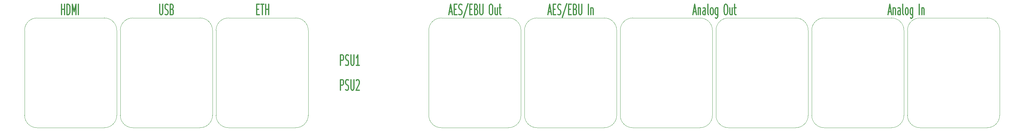
<source format=gbr>
%TF.GenerationSoftware,KiCad,Pcbnew,8.0.6*%
%TF.CreationDate,2024-12-11T20:08:10+01:00*%
%TF.ProjectId,zimagram-digiblade,7a696d61-6772-4616-9d2d-64696769626c,rev?*%
%TF.SameCoordinates,Original*%
%TF.FileFunction,Legend,Top*%
%TF.FilePolarity,Positive*%
%FSLAX46Y46*%
G04 Gerber Fmt 4.6, Leading zero omitted, Abs format (unit mm)*
G04 Created by KiCad (PCBNEW 8.0.6) date 2024-12-11 20:08:10*
%MOMM*%
%LPD*%
G01*
G04 APERTURE LIST*
%ADD10C,0.100000*%
%ADD11C,0.375000*%
G04 APERTURE END LIST*
D10*
X241000000Y-196000000D02*
G75*
G02*
X237500000Y-199500000I-3500000J0D01*
G01*
X268000000Y-172000000D02*
X268000000Y-196000000D01*
X382000000Y-172000000D02*
X382000000Y-196000000D01*
X218500000Y-199500000D02*
G75*
G02*
X215000000Y-196000000I0J3500000D01*
G01*
X464000000Y-172000000D02*
G75*
G02*
X467500000Y-168500000I3500000J0D01*
G01*
X467500000Y-199500000D02*
G75*
G02*
X464000000Y-196000000I0J3500000D01*
G01*
X272500000Y-199500000D02*
G75*
G02*
X269000000Y-196000000I0J3500000D01*
G01*
X413500000Y-199500000D02*
G75*
G02*
X410000000Y-196000000I0J3500000D01*
G01*
X356000000Y-172000000D02*
G75*
G02*
X359500000Y-168500000I3500000J0D01*
G01*
X242000000Y-172000000D02*
G75*
G02*
X245500000Y-168500000I3500000J0D01*
G01*
X351500000Y-199500000D02*
X332500000Y-199500000D01*
X463000000Y-172000000D02*
X463000000Y-196000000D01*
X356000000Y-172000000D02*
X356000000Y-196000000D01*
X329000000Y-172000000D02*
X329000000Y-196000000D01*
X382000000Y-196000000D02*
G75*
G02*
X378500000Y-199500000I-3500000J0D01*
G01*
X432500000Y-168500000D02*
X413500000Y-168500000D01*
X486500000Y-168500000D02*
X467500000Y-168500000D01*
X295000000Y-172000000D02*
X295000000Y-196000000D01*
X432500000Y-199500000D02*
X413500000Y-199500000D01*
X405500000Y-199500000D02*
X386500000Y-199500000D01*
X383000000Y-172000000D02*
G75*
G02*
X386500000Y-168500000I3500000J0D01*
G01*
X437000000Y-172000000D02*
X437000000Y-196000000D01*
X237500000Y-168500000D02*
X218500000Y-168500000D01*
X459500000Y-168500000D02*
X440500000Y-168500000D01*
X355000000Y-196000000D02*
G75*
G02*
X351500000Y-199500000I-3500000J0D01*
G01*
X378500000Y-168500000D02*
G75*
G02*
X382000000Y-172000000I0J-3500000D01*
G01*
X486500000Y-199500000D02*
X467500000Y-199500000D01*
X490000000Y-196000000D02*
G75*
G02*
X486500000Y-199500000I-3500000J0D01*
G01*
X378500000Y-168500000D02*
X359500000Y-168500000D01*
X245500000Y-199500000D02*
G75*
G02*
X242000000Y-196000000I0J3500000D01*
G01*
X264500000Y-168500000D02*
G75*
G02*
X268000000Y-172000000I0J-3500000D01*
G01*
X215000000Y-172000000D02*
G75*
G02*
X218500000Y-168500000I3500000J0D01*
G01*
X241000000Y-172000000D02*
X241000000Y-196000000D01*
X383000000Y-172000000D02*
X383000000Y-196000000D01*
X464000000Y-172000000D02*
X464000000Y-196000000D01*
X268000000Y-196000000D02*
G75*
G02*
X264500000Y-199500000I-3500000J0D01*
G01*
X291500000Y-168500000D02*
X272500000Y-168500000D01*
X351500000Y-168500000D02*
G75*
G02*
X355000000Y-172000000I0J-3500000D01*
G01*
X295000000Y-196000000D02*
G75*
G02*
X291500000Y-199500000I-3500000J0D01*
G01*
X355000000Y-172000000D02*
X355000000Y-196000000D01*
X329000000Y-172000000D02*
G75*
G02*
X332500000Y-168500000I3500000J0D01*
G01*
X264500000Y-168500000D02*
X245500000Y-168500000D01*
X359500000Y-199500000D02*
G75*
G02*
X356000000Y-196000000I0J3500000D01*
G01*
X486500000Y-168500000D02*
G75*
G02*
X490000000Y-172000000I0J-3500000D01*
G01*
X269000000Y-172000000D02*
X269000000Y-196000000D01*
X386500000Y-199500000D02*
G75*
G02*
X383000000Y-196000000I0J3500000D01*
G01*
X410000000Y-172000000D02*
G75*
G02*
X413500000Y-168500000I3500000J0D01*
G01*
X490000000Y-172000000D02*
X490000000Y-196000000D01*
X459500000Y-199500000D02*
X440500000Y-199500000D01*
X291500000Y-168500000D02*
G75*
G02*
X295000000Y-172000000I0J-3500000D01*
G01*
X264500000Y-199500000D02*
X245500000Y-199500000D01*
X405500000Y-168500000D02*
G75*
G02*
X409000000Y-172000000I0J-3500000D01*
G01*
X409000000Y-172000000D02*
X409000000Y-196000000D01*
X437000000Y-172000000D02*
G75*
G02*
X440500000Y-168500000I3500000J0D01*
G01*
X237500000Y-168500000D02*
G75*
G02*
X241000000Y-172000000I0J-3500000D01*
G01*
X351500000Y-168500000D02*
X332500000Y-168500000D01*
X237500000Y-199500000D02*
X218500000Y-199500000D01*
X269000000Y-172000000D02*
G75*
G02*
X272500000Y-168500000I3500000J0D01*
G01*
X332500000Y-199500000D02*
G75*
G02*
X329000000Y-196000000I0J3500000D01*
G01*
X291500000Y-199500000D02*
X272500000Y-199500000D01*
X410000000Y-172000000D02*
X410000000Y-196000000D01*
X432500000Y-168500000D02*
G75*
G02*
X436000000Y-172000000I0J-3500000D01*
G01*
X242000000Y-172000000D02*
X242000000Y-196000000D01*
X378500000Y-199500000D02*
X359500000Y-199500000D01*
X436000000Y-172000000D02*
X436000000Y-196000000D01*
X405500000Y-168500000D02*
X386500000Y-168500000D01*
X440500000Y-199500000D02*
G75*
G02*
X437000000Y-196000000I0J3500000D01*
G01*
X436000000Y-196000000D02*
G75*
G02*
X432500000Y-199500000I-3500000J0D01*
G01*
X215000000Y-172000000D02*
X215000000Y-196000000D01*
X409000000Y-196000000D02*
G75*
G02*
X405500000Y-199500000I-3500000J0D01*
G01*
X459500000Y-168500000D02*
G75*
G02*
X463000000Y-172000000I0J-3500000D01*
G01*
X463000000Y-196000000D02*
G75*
G02*
X459500000Y-199500000I-3500000J0D01*
G01*
D11*
X458632424Y-166756214D02*
X459346710Y-166756214D01*
X458489567Y-167613357D02*
X458989567Y-164613357D01*
X458989567Y-164613357D02*
X459489567Y-167613357D01*
X459989566Y-165613357D02*
X459989566Y-167613357D01*
X459989566Y-165899071D02*
X460060995Y-165756214D01*
X460060995Y-165756214D02*
X460203852Y-165613357D01*
X460203852Y-165613357D02*
X460418138Y-165613357D01*
X460418138Y-165613357D02*
X460560995Y-165756214D01*
X460560995Y-165756214D02*
X460632424Y-166041928D01*
X460632424Y-166041928D02*
X460632424Y-167613357D01*
X461989567Y-167613357D02*
X461989567Y-166041928D01*
X461989567Y-166041928D02*
X461918138Y-165756214D01*
X461918138Y-165756214D02*
X461775281Y-165613357D01*
X461775281Y-165613357D02*
X461489567Y-165613357D01*
X461489567Y-165613357D02*
X461346709Y-165756214D01*
X461989567Y-167470500D02*
X461846709Y-167613357D01*
X461846709Y-167613357D02*
X461489567Y-167613357D01*
X461489567Y-167613357D02*
X461346709Y-167470500D01*
X461346709Y-167470500D02*
X461275281Y-167184785D01*
X461275281Y-167184785D02*
X461275281Y-166899071D01*
X461275281Y-166899071D02*
X461346709Y-166613357D01*
X461346709Y-166613357D02*
X461489567Y-166470500D01*
X461489567Y-166470500D02*
X461846709Y-166470500D01*
X461846709Y-166470500D02*
X461989567Y-166327642D01*
X462918138Y-167613357D02*
X462775281Y-167470500D01*
X462775281Y-167470500D02*
X462703852Y-167184785D01*
X462703852Y-167184785D02*
X462703852Y-164613357D01*
X463703852Y-167613357D02*
X463560995Y-167470500D01*
X463560995Y-167470500D02*
X463489566Y-167327642D01*
X463489566Y-167327642D02*
X463418138Y-167041928D01*
X463418138Y-167041928D02*
X463418138Y-166184785D01*
X463418138Y-166184785D02*
X463489566Y-165899071D01*
X463489566Y-165899071D02*
X463560995Y-165756214D01*
X463560995Y-165756214D02*
X463703852Y-165613357D01*
X463703852Y-165613357D02*
X463918138Y-165613357D01*
X463918138Y-165613357D02*
X464060995Y-165756214D01*
X464060995Y-165756214D02*
X464132424Y-165899071D01*
X464132424Y-165899071D02*
X464203852Y-166184785D01*
X464203852Y-166184785D02*
X464203852Y-167041928D01*
X464203852Y-167041928D02*
X464132424Y-167327642D01*
X464132424Y-167327642D02*
X464060995Y-167470500D01*
X464060995Y-167470500D02*
X463918138Y-167613357D01*
X463918138Y-167613357D02*
X463703852Y-167613357D01*
X465489567Y-165613357D02*
X465489567Y-168041928D01*
X465489567Y-168041928D02*
X465418138Y-168327642D01*
X465418138Y-168327642D02*
X465346709Y-168470500D01*
X465346709Y-168470500D02*
X465203852Y-168613357D01*
X465203852Y-168613357D02*
X464989567Y-168613357D01*
X464989567Y-168613357D02*
X464846709Y-168470500D01*
X465489567Y-167470500D02*
X465346709Y-167613357D01*
X465346709Y-167613357D02*
X465060995Y-167613357D01*
X465060995Y-167613357D02*
X464918138Y-167470500D01*
X464918138Y-167470500D02*
X464846709Y-167327642D01*
X464846709Y-167327642D02*
X464775281Y-167041928D01*
X464775281Y-167041928D02*
X464775281Y-166184785D01*
X464775281Y-166184785D02*
X464846709Y-165899071D01*
X464846709Y-165899071D02*
X464918138Y-165756214D01*
X464918138Y-165756214D02*
X465060995Y-165613357D01*
X465060995Y-165613357D02*
X465346709Y-165613357D01*
X465346709Y-165613357D02*
X465489567Y-165756214D01*
X467346709Y-167613357D02*
X467346709Y-164613357D01*
X468060995Y-165613357D02*
X468060995Y-167613357D01*
X468060995Y-165899071D02*
X468132424Y-165756214D01*
X468132424Y-165756214D02*
X468275281Y-165613357D01*
X468275281Y-165613357D02*
X468489567Y-165613357D01*
X468489567Y-165613357D02*
X468632424Y-165756214D01*
X468632424Y-165756214D02*
X468703853Y-166041928D01*
X468703853Y-166041928D02*
X468703853Y-167613357D01*
X304103852Y-181913357D02*
X304103852Y-178913357D01*
X304103852Y-178913357D02*
X304675281Y-178913357D01*
X304675281Y-178913357D02*
X304818138Y-179056214D01*
X304818138Y-179056214D02*
X304889567Y-179199071D01*
X304889567Y-179199071D02*
X304960995Y-179484785D01*
X304960995Y-179484785D02*
X304960995Y-179913357D01*
X304960995Y-179913357D02*
X304889567Y-180199071D01*
X304889567Y-180199071D02*
X304818138Y-180341928D01*
X304818138Y-180341928D02*
X304675281Y-180484785D01*
X304675281Y-180484785D02*
X304103852Y-180484785D01*
X305532424Y-181770500D02*
X305746710Y-181913357D01*
X305746710Y-181913357D02*
X306103852Y-181913357D01*
X306103852Y-181913357D02*
X306246710Y-181770500D01*
X306246710Y-181770500D02*
X306318138Y-181627642D01*
X306318138Y-181627642D02*
X306389567Y-181341928D01*
X306389567Y-181341928D02*
X306389567Y-181056214D01*
X306389567Y-181056214D02*
X306318138Y-180770500D01*
X306318138Y-180770500D02*
X306246710Y-180627642D01*
X306246710Y-180627642D02*
X306103852Y-180484785D01*
X306103852Y-180484785D02*
X305818138Y-180341928D01*
X305818138Y-180341928D02*
X305675281Y-180199071D01*
X305675281Y-180199071D02*
X305603852Y-180056214D01*
X305603852Y-180056214D02*
X305532424Y-179770500D01*
X305532424Y-179770500D02*
X305532424Y-179484785D01*
X305532424Y-179484785D02*
X305603852Y-179199071D01*
X305603852Y-179199071D02*
X305675281Y-179056214D01*
X305675281Y-179056214D02*
X305818138Y-178913357D01*
X305818138Y-178913357D02*
X306175281Y-178913357D01*
X306175281Y-178913357D02*
X306389567Y-179056214D01*
X307032423Y-178913357D02*
X307032423Y-181341928D01*
X307032423Y-181341928D02*
X307103852Y-181627642D01*
X307103852Y-181627642D02*
X307175281Y-181770500D01*
X307175281Y-181770500D02*
X307318138Y-181913357D01*
X307318138Y-181913357D02*
X307603852Y-181913357D01*
X307603852Y-181913357D02*
X307746709Y-181770500D01*
X307746709Y-181770500D02*
X307818138Y-181627642D01*
X307818138Y-181627642D02*
X307889566Y-181341928D01*
X307889566Y-181341928D02*
X307889566Y-178913357D01*
X309389567Y-181913357D02*
X308532424Y-181913357D01*
X308960995Y-181913357D02*
X308960995Y-178913357D01*
X308960995Y-178913357D02*
X308818138Y-179341928D01*
X308818138Y-179341928D02*
X308675281Y-179627642D01*
X308675281Y-179627642D02*
X308532424Y-179770500D01*
X304103852Y-188913357D02*
X304103852Y-185913357D01*
X304103852Y-185913357D02*
X304675281Y-185913357D01*
X304675281Y-185913357D02*
X304818138Y-186056214D01*
X304818138Y-186056214D02*
X304889567Y-186199071D01*
X304889567Y-186199071D02*
X304960995Y-186484785D01*
X304960995Y-186484785D02*
X304960995Y-186913357D01*
X304960995Y-186913357D02*
X304889567Y-187199071D01*
X304889567Y-187199071D02*
X304818138Y-187341928D01*
X304818138Y-187341928D02*
X304675281Y-187484785D01*
X304675281Y-187484785D02*
X304103852Y-187484785D01*
X305532424Y-188770500D02*
X305746710Y-188913357D01*
X305746710Y-188913357D02*
X306103852Y-188913357D01*
X306103852Y-188913357D02*
X306246710Y-188770500D01*
X306246710Y-188770500D02*
X306318138Y-188627642D01*
X306318138Y-188627642D02*
X306389567Y-188341928D01*
X306389567Y-188341928D02*
X306389567Y-188056214D01*
X306389567Y-188056214D02*
X306318138Y-187770500D01*
X306318138Y-187770500D02*
X306246710Y-187627642D01*
X306246710Y-187627642D02*
X306103852Y-187484785D01*
X306103852Y-187484785D02*
X305818138Y-187341928D01*
X305818138Y-187341928D02*
X305675281Y-187199071D01*
X305675281Y-187199071D02*
X305603852Y-187056214D01*
X305603852Y-187056214D02*
X305532424Y-186770500D01*
X305532424Y-186770500D02*
X305532424Y-186484785D01*
X305532424Y-186484785D02*
X305603852Y-186199071D01*
X305603852Y-186199071D02*
X305675281Y-186056214D01*
X305675281Y-186056214D02*
X305818138Y-185913357D01*
X305818138Y-185913357D02*
X306175281Y-185913357D01*
X306175281Y-185913357D02*
X306389567Y-186056214D01*
X307032423Y-185913357D02*
X307032423Y-188341928D01*
X307032423Y-188341928D02*
X307103852Y-188627642D01*
X307103852Y-188627642D02*
X307175281Y-188770500D01*
X307175281Y-188770500D02*
X307318138Y-188913357D01*
X307318138Y-188913357D02*
X307603852Y-188913357D01*
X307603852Y-188913357D02*
X307746709Y-188770500D01*
X307746709Y-188770500D02*
X307818138Y-188627642D01*
X307818138Y-188627642D02*
X307889566Y-188341928D01*
X307889566Y-188341928D02*
X307889566Y-185913357D01*
X308532424Y-186199071D02*
X308603852Y-186056214D01*
X308603852Y-186056214D02*
X308746710Y-185913357D01*
X308746710Y-185913357D02*
X309103852Y-185913357D01*
X309103852Y-185913357D02*
X309246710Y-186056214D01*
X309246710Y-186056214D02*
X309318138Y-186199071D01*
X309318138Y-186199071D02*
X309389567Y-186484785D01*
X309389567Y-186484785D02*
X309389567Y-186770500D01*
X309389567Y-186770500D02*
X309318138Y-187199071D01*
X309318138Y-187199071D02*
X308460995Y-188913357D01*
X308460995Y-188913357D02*
X309389567Y-188913357D01*
X280503852Y-166041928D02*
X281003852Y-166041928D01*
X281218138Y-167613357D02*
X280503852Y-167613357D01*
X280503852Y-167613357D02*
X280503852Y-164613357D01*
X280503852Y-164613357D02*
X281218138Y-164613357D01*
X281646710Y-164613357D02*
X282503853Y-164613357D01*
X282075281Y-167613357D02*
X282075281Y-164613357D01*
X283003852Y-167613357D02*
X283003852Y-164613357D01*
X283003852Y-166041928D02*
X283860995Y-166041928D01*
X283860995Y-167613357D02*
X283860995Y-164613357D01*
X253103852Y-164613357D02*
X253103852Y-167041928D01*
X253103852Y-167041928D02*
X253175281Y-167327642D01*
X253175281Y-167327642D02*
X253246710Y-167470500D01*
X253246710Y-167470500D02*
X253389567Y-167613357D01*
X253389567Y-167613357D02*
X253675281Y-167613357D01*
X253675281Y-167613357D02*
X253818138Y-167470500D01*
X253818138Y-167470500D02*
X253889567Y-167327642D01*
X253889567Y-167327642D02*
X253960995Y-167041928D01*
X253960995Y-167041928D02*
X253960995Y-164613357D01*
X254603853Y-167470500D02*
X254818139Y-167613357D01*
X254818139Y-167613357D02*
X255175281Y-167613357D01*
X255175281Y-167613357D02*
X255318139Y-167470500D01*
X255318139Y-167470500D02*
X255389567Y-167327642D01*
X255389567Y-167327642D02*
X255460996Y-167041928D01*
X255460996Y-167041928D02*
X255460996Y-166756214D01*
X255460996Y-166756214D02*
X255389567Y-166470500D01*
X255389567Y-166470500D02*
X255318139Y-166327642D01*
X255318139Y-166327642D02*
X255175281Y-166184785D01*
X255175281Y-166184785D02*
X254889567Y-166041928D01*
X254889567Y-166041928D02*
X254746710Y-165899071D01*
X254746710Y-165899071D02*
X254675281Y-165756214D01*
X254675281Y-165756214D02*
X254603853Y-165470500D01*
X254603853Y-165470500D02*
X254603853Y-165184785D01*
X254603853Y-165184785D02*
X254675281Y-164899071D01*
X254675281Y-164899071D02*
X254746710Y-164756214D01*
X254746710Y-164756214D02*
X254889567Y-164613357D01*
X254889567Y-164613357D02*
X255246710Y-164613357D01*
X255246710Y-164613357D02*
X255460996Y-164756214D01*
X256603852Y-166041928D02*
X256818138Y-166184785D01*
X256818138Y-166184785D02*
X256889567Y-166327642D01*
X256889567Y-166327642D02*
X256960995Y-166613357D01*
X256960995Y-166613357D02*
X256960995Y-167041928D01*
X256960995Y-167041928D02*
X256889567Y-167327642D01*
X256889567Y-167327642D02*
X256818138Y-167470500D01*
X256818138Y-167470500D02*
X256675281Y-167613357D01*
X256675281Y-167613357D02*
X256103852Y-167613357D01*
X256103852Y-167613357D02*
X256103852Y-164613357D01*
X256103852Y-164613357D02*
X256603852Y-164613357D01*
X256603852Y-164613357D02*
X256746710Y-164756214D01*
X256746710Y-164756214D02*
X256818138Y-164899071D01*
X256818138Y-164899071D02*
X256889567Y-165184785D01*
X256889567Y-165184785D02*
X256889567Y-165470500D01*
X256889567Y-165470500D02*
X256818138Y-165756214D01*
X256818138Y-165756214D02*
X256746710Y-165899071D01*
X256746710Y-165899071D02*
X256603852Y-166041928D01*
X256603852Y-166041928D02*
X256103852Y-166041928D01*
X225403852Y-167613357D02*
X225403852Y-164613357D01*
X225403852Y-166041928D02*
X226260995Y-166041928D01*
X226260995Y-167613357D02*
X226260995Y-164613357D01*
X226975281Y-167613357D02*
X226975281Y-164613357D01*
X226975281Y-164613357D02*
X227332424Y-164613357D01*
X227332424Y-164613357D02*
X227546710Y-164756214D01*
X227546710Y-164756214D02*
X227689567Y-165041928D01*
X227689567Y-165041928D02*
X227760996Y-165327642D01*
X227760996Y-165327642D02*
X227832424Y-165899071D01*
X227832424Y-165899071D02*
X227832424Y-166327642D01*
X227832424Y-166327642D02*
X227760996Y-166899071D01*
X227760996Y-166899071D02*
X227689567Y-167184785D01*
X227689567Y-167184785D02*
X227546710Y-167470500D01*
X227546710Y-167470500D02*
X227332424Y-167613357D01*
X227332424Y-167613357D02*
X226975281Y-167613357D01*
X228475281Y-167613357D02*
X228475281Y-164613357D01*
X228475281Y-164613357D02*
X228975281Y-166756214D01*
X228975281Y-166756214D02*
X229475281Y-164613357D01*
X229475281Y-164613357D02*
X229475281Y-167613357D01*
X230189567Y-167613357D02*
X230189567Y-164613357D01*
X403632424Y-166756214D02*
X404346710Y-166756214D01*
X403489567Y-167613357D02*
X403989567Y-164613357D01*
X403989567Y-164613357D02*
X404489567Y-167613357D01*
X404989566Y-165613357D02*
X404989566Y-167613357D01*
X404989566Y-165899071D02*
X405060995Y-165756214D01*
X405060995Y-165756214D02*
X405203852Y-165613357D01*
X405203852Y-165613357D02*
X405418138Y-165613357D01*
X405418138Y-165613357D02*
X405560995Y-165756214D01*
X405560995Y-165756214D02*
X405632424Y-166041928D01*
X405632424Y-166041928D02*
X405632424Y-167613357D01*
X406989567Y-167613357D02*
X406989567Y-166041928D01*
X406989567Y-166041928D02*
X406918138Y-165756214D01*
X406918138Y-165756214D02*
X406775281Y-165613357D01*
X406775281Y-165613357D02*
X406489567Y-165613357D01*
X406489567Y-165613357D02*
X406346709Y-165756214D01*
X406989567Y-167470500D02*
X406846709Y-167613357D01*
X406846709Y-167613357D02*
X406489567Y-167613357D01*
X406489567Y-167613357D02*
X406346709Y-167470500D01*
X406346709Y-167470500D02*
X406275281Y-167184785D01*
X406275281Y-167184785D02*
X406275281Y-166899071D01*
X406275281Y-166899071D02*
X406346709Y-166613357D01*
X406346709Y-166613357D02*
X406489567Y-166470500D01*
X406489567Y-166470500D02*
X406846709Y-166470500D01*
X406846709Y-166470500D02*
X406989567Y-166327642D01*
X407918138Y-167613357D02*
X407775281Y-167470500D01*
X407775281Y-167470500D02*
X407703852Y-167184785D01*
X407703852Y-167184785D02*
X407703852Y-164613357D01*
X408703852Y-167613357D02*
X408560995Y-167470500D01*
X408560995Y-167470500D02*
X408489566Y-167327642D01*
X408489566Y-167327642D02*
X408418138Y-167041928D01*
X408418138Y-167041928D02*
X408418138Y-166184785D01*
X408418138Y-166184785D02*
X408489566Y-165899071D01*
X408489566Y-165899071D02*
X408560995Y-165756214D01*
X408560995Y-165756214D02*
X408703852Y-165613357D01*
X408703852Y-165613357D02*
X408918138Y-165613357D01*
X408918138Y-165613357D02*
X409060995Y-165756214D01*
X409060995Y-165756214D02*
X409132424Y-165899071D01*
X409132424Y-165899071D02*
X409203852Y-166184785D01*
X409203852Y-166184785D02*
X409203852Y-167041928D01*
X409203852Y-167041928D02*
X409132424Y-167327642D01*
X409132424Y-167327642D02*
X409060995Y-167470500D01*
X409060995Y-167470500D02*
X408918138Y-167613357D01*
X408918138Y-167613357D02*
X408703852Y-167613357D01*
X410489567Y-165613357D02*
X410489567Y-168041928D01*
X410489567Y-168041928D02*
X410418138Y-168327642D01*
X410418138Y-168327642D02*
X410346709Y-168470500D01*
X410346709Y-168470500D02*
X410203852Y-168613357D01*
X410203852Y-168613357D02*
X409989567Y-168613357D01*
X409989567Y-168613357D02*
X409846709Y-168470500D01*
X410489567Y-167470500D02*
X410346709Y-167613357D01*
X410346709Y-167613357D02*
X410060995Y-167613357D01*
X410060995Y-167613357D02*
X409918138Y-167470500D01*
X409918138Y-167470500D02*
X409846709Y-167327642D01*
X409846709Y-167327642D02*
X409775281Y-167041928D01*
X409775281Y-167041928D02*
X409775281Y-166184785D01*
X409775281Y-166184785D02*
X409846709Y-165899071D01*
X409846709Y-165899071D02*
X409918138Y-165756214D01*
X409918138Y-165756214D02*
X410060995Y-165613357D01*
X410060995Y-165613357D02*
X410346709Y-165613357D01*
X410346709Y-165613357D02*
X410489567Y-165756214D01*
X412632424Y-164613357D02*
X412918138Y-164613357D01*
X412918138Y-164613357D02*
X413060995Y-164756214D01*
X413060995Y-164756214D02*
X413203852Y-165041928D01*
X413203852Y-165041928D02*
X413275281Y-165613357D01*
X413275281Y-165613357D02*
X413275281Y-166613357D01*
X413275281Y-166613357D02*
X413203852Y-167184785D01*
X413203852Y-167184785D02*
X413060995Y-167470500D01*
X413060995Y-167470500D02*
X412918138Y-167613357D01*
X412918138Y-167613357D02*
X412632424Y-167613357D01*
X412632424Y-167613357D02*
X412489567Y-167470500D01*
X412489567Y-167470500D02*
X412346709Y-167184785D01*
X412346709Y-167184785D02*
X412275281Y-166613357D01*
X412275281Y-166613357D02*
X412275281Y-165613357D01*
X412275281Y-165613357D02*
X412346709Y-165041928D01*
X412346709Y-165041928D02*
X412489567Y-164756214D01*
X412489567Y-164756214D02*
X412632424Y-164613357D01*
X414560996Y-165613357D02*
X414560996Y-167613357D01*
X413918138Y-165613357D02*
X413918138Y-167184785D01*
X413918138Y-167184785D02*
X413989567Y-167470500D01*
X413989567Y-167470500D02*
X414132424Y-167613357D01*
X414132424Y-167613357D02*
X414346710Y-167613357D01*
X414346710Y-167613357D02*
X414489567Y-167470500D01*
X414489567Y-167470500D02*
X414560996Y-167327642D01*
X415060996Y-165613357D02*
X415632424Y-165613357D01*
X415275281Y-164613357D02*
X415275281Y-167184785D01*
X415275281Y-167184785D02*
X415346710Y-167470500D01*
X415346710Y-167470500D02*
X415489567Y-167613357D01*
X415489567Y-167613357D02*
X415632424Y-167613357D01*
X362732424Y-166756214D02*
X363446710Y-166756214D01*
X362589567Y-167613357D02*
X363089567Y-164613357D01*
X363089567Y-164613357D02*
X363589567Y-167613357D01*
X364089566Y-166041928D02*
X364589566Y-166041928D01*
X364803852Y-167613357D02*
X364089566Y-167613357D01*
X364089566Y-167613357D02*
X364089566Y-164613357D01*
X364089566Y-164613357D02*
X364803852Y-164613357D01*
X365375281Y-167470500D02*
X365589567Y-167613357D01*
X365589567Y-167613357D02*
X365946709Y-167613357D01*
X365946709Y-167613357D02*
X366089567Y-167470500D01*
X366089567Y-167470500D02*
X366160995Y-167327642D01*
X366160995Y-167327642D02*
X366232424Y-167041928D01*
X366232424Y-167041928D02*
X366232424Y-166756214D01*
X366232424Y-166756214D02*
X366160995Y-166470500D01*
X366160995Y-166470500D02*
X366089567Y-166327642D01*
X366089567Y-166327642D02*
X365946709Y-166184785D01*
X365946709Y-166184785D02*
X365660995Y-166041928D01*
X365660995Y-166041928D02*
X365518138Y-165899071D01*
X365518138Y-165899071D02*
X365446709Y-165756214D01*
X365446709Y-165756214D02*
X365375281Y-165470500D01*
X365375281Y-165470500D02*
X365375281Y-165184785D01*
X365375281Y-165184785D02*
X365446709Y-164899071D01*
X365446709Y-164899071D02*
X365518138Y-164756214D01*
X365518138Y-164756214D02*
X365660995Y-164613357D01*
X365660995Y-164613357D02*
X366018138Y-164613357D01*
X366018138Y-164613357D02*
X366232424Y-164756214D01*
X367946709Y-164470500D02*
X366660995Y-168327642D01*
X368446709Y-166041928D02*
X368946709Y-166041928D01*
X369160995Y-167613357D02*
X368446709Y-167613357D01*
X368446709Y-167613357D02*
X368446709Y-164613357D01*
X368446709Y-164613357D02*
X369160995Y-164613357D01*
X370303852Y-166041928D02*
X370518138Y-166184785D01*
X370518138Y-166184785D02*
X370589567Y-166327642D01*
X370589567Y-166327642D02*
X370660995Y-166613357D01*
X370660995Y-166613357D02*
X370660995Y-167041928D01*
X370660995Y-167041928D02*
X370589567Y-167327642D01*
X370589567Y-167327642D02*
X370518138Y-167470500D01*
X370518138Y-167470500D02*
X370375281Y-167613357D01*
X370375281Y-167613357D02*
X369803852Y-167613357D01*
X369803852Y-167613357D02*
X369803852Y-164613357D01*
X369803852Y-164613357D02*
X370303852Y-164613357D01*
X370303852Y-164613357D02*
X370446710Y-164756214D01*
X370446710Y-164756214D02*
X370518138Y-164899071D01*
X370518138Y-164899071D02*
X370589567Y-165184785D01*
X370589567Y-165184785D02*
X370589567Y-165470500D01*
X370589567Y-165470500D02*
X370518138Y-165756214D01*
X370518138Y-165756214D02*
X370446710Y-165899071D01*
X370446710Y-165899071D02*
X370303852Y-166041928D01*
X370303852Y-166041928D02*
X369803852Y-166041928D01*
X371303852Y-164613357D02*
X371303852Y-167041928D01*
X371303852Y-167041928D02*
X371375281Y-167327642D01*
X371375281Y-167327642D02*
X371446710Y-167470500D01*
X371446710Y-167470500D02*
X371589567Y-167613357D01*
X371589567Y-167613357D02*
X371875281Y-167613357D01*
X371875281Y-167613357D02*
X372018138Y-167470500D01*
X372018138Y-167470500D02*
X372089567Y-167327642D01*
X372089567Y-167327642D02*
X372160995Y-167041928D01*
X372160995Y-167041928D02*
X372160995Y-164613357D01*
X374018138Y-167613357D02*
X374018138Y-164613357D01*
X374732424Y-165613357D02*
X374732424Y-167613357D01*
X374732424Y-165899071D02*
X374803853Y-165756214D01*
X374803853Y-165756214D02*
X374946710Y-165613357D01*
X374946710Y-165613357D02*
X375160996Y-165613357D01*
X375160996Y-165613357D02*
X375303853Y-165756214D01*
X375303853Y-165756214D02*
X375375282Y-166041928D01*
X375375282Y-166041928D02*
X375375282Y-167613357D01*
X334832424Y-166756214D02*
X335546710Y-166756214D01*
X334689567Y-167613357D02*
X335189567Y-164613357D01*
X335189567Y-164613357D02*
X335689567Y-167613357D01*
X336189566Y-166041928D02*
X336689566Y-166041928D01*
X336903852Y-167613357D02*
X336189566Y-167613357D01*
X336189566Y-167613357D02*
X336189566Y-164613357D01*
X336189566Y-164613357D02*
X336903852Y-164613357D01*
X337475281Y-167470500D02*
X337689567Y-167613357D01*
X337689567Y-167613357D02*
X338046709Y-167613357D01*
X338046709Y-167613357D02*
X338189567Y-167470500D01*
X338189567Y-167470500D02*
X338260995Y-167327642D01*
X338260995Y-167327642D02*
X338332424Y-167041928D01*
X338332424Y-167041928D02*
X338332424Y-166756214D01*
X338332424Y-166756214D02*
X338260995Y-166470500D01*
X338260995Y-166470500D02*
X338189567Y-166327642D01*
X338189567Y-166327642D02*
X338046709Y-166184785D01*
X338046709Y-166184785D02*
X337760995Y-166041928D01*
X337760995Y-166041928D02*
X337618138Y-165899071D01*
X337618138Y-165899071D02*
X337546709Y-165756214D01*
X337546709Y-165756214D02*
X337475281Y-165470500D01*
X337475281Y-165470500D02*
X337475281Y-165184785D01*
X337475281Y-165184785D02*
X337546709Y-164899071D01*
X337546709Y-164899071D02*
X337618138Y-164756214D01*
X337618138Y-164756214D02*
X337760995Y-164613357D01*
X337760995Y-164613357D02*
X338118138Y-164613357D01*
X338118138Y-164613357D02*
X338332424Y-164756214D01*
X340046709Y-164470500D02*
X338760995Y-168327642D01*
X340546709Y-166041928D02*
X341046709Y-166041928D01*
X341260995Y-167613357D02*
X340546709Y-167613357D01*
X340546709Y-167613357D02*
X340546709Y-164613357D01*
X340546709Y-164613357D02*
X341260995Y-164613357D01*
X342403852Y-166041928D02*
X342618138Y-166184785D01*
X342618138Y-166184785D02*
X342689567Y-166327642D01*
X342689567Y-166327642D02*
X342760995Y-166613357D01*
X342760995Y-166613357D02*
X342760995Y-167041928D01*
X342760995Y-167041928D02*
X342689567Y-167327642D01*
X342689567Y-167327642D02*
X342618138Y-167470500D01*
X342618138Y-167470500D02*
X342475281Y-167613357D01*
X342475281Y-167613357D02*
X341903852Y-167613357D01*
X341903852Y-167613357D02*
X341903852Y-164613357D01*
X341903852Y-164613357D02*
X342403852Y-164613357D01*
X342403852Y-164613357D02*
X342546710Y-164756214D01*
X342546710Y-164756214D02*
X342618138Y-164899071D01*
X342618138Y-164899071D02*
X342689567Y-165184785D01*
X342689567Y-165184785D02*
X342689567Y-165470500D01*
X342689567Y-165470500D02*
X342618138Y-165756214D01*
X342618138Y-165756214D02*
X342546710Y-165899071D01*
X342546710Y-165899071D02*
X342403852Y-166041928D01*
X342403852Y-166041928D02*
X341903852Y-166041928D01*
X343403852Y-164613357D02*
X343403852Y-167041928D01*
X343403852Y-167041928D02*
X343475281Y-167327642D01*
X343475281Y-167327642D02*
X343546710Y-167470500D01*
X343546710Y-167470500D02*
X343689567Y-167613357D01*
X343689567Y-167613357D02*
X343975281Y-167613357D01*
X343975281Y-167613357D02*
X344118138Y-167470500D01*
X344118138Y-167470500D02*
X344189567Y-167327642D01*
X344189567Y-167327642D02*
X344260995Y-167041928D01*
X344260995Y-167041928D02*
X344260995Y-164613357D01*
X346403853Y-164613357D02*
X346689567Y-164613357D01*
X346689567Y-164613357D02*
X346832424Y-164756214D01*
X346832424Y-164756214D02*
X346975281Y-165041928D01*
X346975281Y-165041928D02*
X347046710Y-165613357D01*
X347046710Y-165613357D02*
X347046710Y-166613357D01*
X347046710Y-166613357D02*
X346975281Y-167184785D01*
X346975281Y-167184785D02*
X346832424Y-167470500D01*
X346832424Y-167470500D02*
X346689567Y-167613357D01*
X346689567Y-167613357D02*
X346403853Y-167613357D01*
X346403853Y-167613357D02*
X346260996Y-167470500D01*
X346260996Y-167470500D02*
X346118138Y-167184785D01*
X346118138Y-167184785D02*
X346046710Y-166613357D01*
X346046710Y-166613357D02*
X346046710Y-165613357D01*
X346046710Y-165613357D02*
X346118138Y-165041928D01*
X346118138Y-165041928D02*
X346260996Y-164756214D01*
X346260996Y-164756214D02*
X346403853Y-164613357D01*
X348332425Y-165613357D02*
X348332425Y-167613357D01*
X347689567Y-165613357D02*
X347689567Y-167184785D01*
X347689567Y-167184785D02*
X347760996Y-167470500D01*
X347760996Y-167470500D02*
X347903853Y-167613357D01*
X347903853Y-167613357D02*
X348118139Y-167613357D01*
X348118139Y-167613357D02*
X348260996Y-167470500D01*
X348260996Y-167470500D02*
X348332425Y-167327642D01*
X348832425Y-165613357D02*
X349403853Y-165613357D01*
X349046710Y-164613357D02*
X349046710Y-167184785D01*
X349046710Y-167184785D02*
X349118139Y-167470500D01*
X349118139Y-167470500D02*
X349260996Y-167613357D01*
X349260996Y-167613357D02*
X349403853Y-167613357D01*
M02*

</source>
